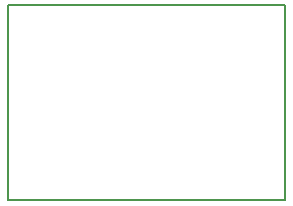
<source format=gbr>
G04 #@! TF.FileFunction,Legend,Bot*
%FSLAX46Y46*%
G04 Gerber Fmt 4.6, Leading zero omitted, Abs format (unit mm)*
G04 Created by KiCad (PCBNEW 4.0.0-rc1-stable) date 11/30/2015 5:11:31 PM*
%MOMM*%
G01*
G04 APERTURE LIST*
%ADD10C,0.100000*%
%ADD11C,0.150000*%
G04 APERTURE END LIST*
D10*
D11*
X157480000Y-103505000D02*
X154305000Y-103505000D01*
X154305000Y-120015000D02*
X157480000Y-120015000D01*
X133985000Y-120015000D02*
X133985000Y-103505000D01*
X154305000Y-120015000D02*
X133985000Y-120015000D01*
X157480000Y-103505000D02*
X157480000Y-120015000D01*
X133985000Y-103505000D02*
X154305000Y-103505000D01*
M02*

</source>
